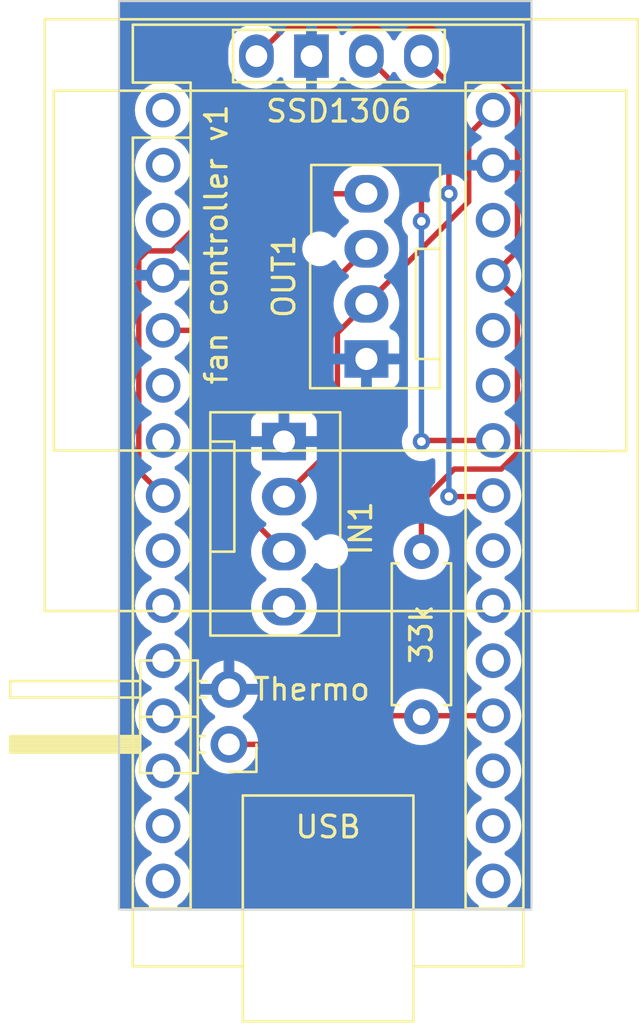
<source format=kicad_pcb>
(kicad_pcb (version 20221018) (generator pcbnew)
  (layers (0 "F.Cu" signal) (31 "B.Cu" signal) (34 "B.Paste" user) (35 "F.Paste" user) (36 "B.SilkS" user "B.Silkscreen") (37 "F.SilkS" user "F.Silkscreen") (38 "B.Mask" user) (39 "F.Mask" user) (44 "Edge.Cuts" user))
  (net 0 "")
  (net 4 "GND")
  (net 5 "Net-(A1-D2)")
  (net 8 "Net-(A1-D5)")
  (net 20 "Net-(A1-A4)")
  (net 21 "Net-(A1-A5)")
  (net 24 "Net-(A1-+5V)")
  (net 26 "+12V")
  (net 28 "Net-(A1-A0)")
  (footprint "SSD1306:128x64OLED" (layer "F.Cu") (at 100.14 79.18)
    (fp_text reference "SSD1306" hide)
    (fp_text value "SSD1306" (at 0.19 -8.06) (layer "F.SilkS"))
    (fp_line (start -13.4 -12.3) (end 14 -12.3) (stroke (width 0.12)) (layer "F.SilkS"))
    (fp_line (start -13.4 15) (end -13.4 -12.3) (stroke (width 0.12)) (layer "F.SilkS"))
    (fp_line (start -12.978 -9.005) (end 10.122 -9.005) (stroke (width 0.12)) (layer "F.SilkS"))
    (fp_line (start -12.978 7.595) (end -12.978 -9.005) (stroke (width 0.12)) (layer "F.SilkS"))
    (fp_line (start -4.699 -11.811) (end -4.699 -9.398) (stroke (width 0.12)) (layer "F.SilkS"))
    (fp_line (start -4.699 -11.811) (end 5.08 -11.811) (stroke (width 0.12)) (layer "F.SilkS"))
    (fp_line (start 5.08 -11.811) (end 5.08 -9.398) (stroke (width 0.12)) (layer "F.SilkS"))
    (fp_line (start 5.08 -9.398) (end -4.699 -9.398) (stroke (width 0.12)) (layer "F.SilkS"))
    (fp_line (start 10.122 -9.005) (end 13.208 -9.005) (stroke (width 0.12)) (layer "F.SilkS"))
    (fp_line (start 10.122 7.595) (end -12.978 7.595) (stroke (width 0.12)) (layer "F.SilkS"))
    (fp_line (start 10.122 7.595) (end 13.462 7.62) (stroke (width 0.12)) (layer "F.SilkS"))
    (fp_line (start 13.462 -9.017) (end 13.208 -9.005) (stroke (width 0.12)) (layer "F.SilkS"))
    (fp_line (start 13.462 7.62) (end 13.462 -9.017) (stroke (width 0.12)) (layer "F.SilkS"))
    (fp_line (start 14 -12.3) (end 14 15) (stroke (width 0.12)) (layer "F.SilkS"))
    (fp_line (start 14 15) (end -13.4 15) (stroke (width 0.12)) (layer "F.SilkS"))
    (pad "1" thru_hole rect (at -1.08 -10.6 90) (size 2 1.6) (drill 1) (layers "*.Cu" "*.Mask") (net 4 "GND"))
    (pad "2" thru_hole oval (at -3.62 -10.6 90) (size 2 1.6) (drill 1) (layers "*.Cu" "*.Mask") (net 24 "Net-(A1-+5V)"))
    (pad "3" thru_hole oval (at 1.46 -10.6 90) (size 2 1.6) (drill 1) (layers "*.Cu" "*.Mask") (net 21 "Net-(A1-A5)"))
    (pad "4" thru_hole oval (at 4 -10.6 90) (size 2 1.6) (drill 1) (layers "*.Cu" "*.Mask") (net 20 "Net-(A1-A4)"))
  )
  (footprint "Connector_PinHeader_2.54mm:PinHeader_1x02_P2.54mm_Horizontal" (layer "F.Cu") (at 95.25 100.33 180)
    (fp_text reference "J1" hide)
    (fp_text value "Thermo" (at -3.81 2.54) (layer "F.SilkS"))
    (fp_line (start -1.27 -1.27) (end 0 -1.27) (stroke (width 0.12)) (layer "F.SilkS"))
    (fp_line (start -1.27 0) (end -1.27 -1.27) (stroke (width 0.12)) (layer "F.SilkS"))
    (fp_line (start 1.042929 2.16) (end 1.44 2.16) (stroke (width 0.12)) (layer "F.SilkS"))
    (fp_line (start 1.042929 2.92) (end 1.44 2.92) (stroke (width 0.12)) (layer "F.SilkS"))
    (fp_line (start 1.11 -0.38) (end 1.44 -0.38) (stroke (width 0.12)) (layer "F.SilkS"))
    (fp_line (start 1.11 0.38) (end 1.44 0.38) (stroke (width 0.12)) (layer "F.SilkS"))
    (fp_line (start 1.44 -1.33) (end 1.44 3.87) (stroke (width 0.12)) (layer "F.SilkS"))
    (fp_line (start 1.44 1.27) (end 4.1 1.27) (stroke (width 0.12)) (layer "F.SilkS"))
    (fp_line (start 1.44 3.87) (end 4.1 3.87) (stroke (width 0.12)) (layer "F.SilkS"))
    (fp_line (start 4.1 -1.33) (end 1.44 -1.33) (stroke (width 0.12)) (layer "F.SilkS"))
    (fp_line (start 4.1 -0.38) (end 10.1 -0.38) (stroke (width 0.12)) (layer "F.SilkS"))
    (fp_line (start 4.1 -0.32) (end 10.1 -0.32) (stroke (width 0.12)) (layer "F.SilkS"))
    (fp_line (start 4.1 -0.2) (end 10.1 -0.2) (stroke (width 0.12)) (layer "F.SilkS"))
    (fp_line (start 4.1 -0.08) (end 10.1 -0.08) (stroke (width 0.12)) (layer "F.SilkS"))
    (fp_line (start 4.1 0.04) (end 10.1 0.04) (stroke (width 0.12)) (layer "F.SilkS"))
    (fp_line (start 4.1 0.16) (end 10.1 0.16) (stroke (width 0.12)) (layer "F.SilkS"))
    (fp_line (start 4.1 0.28) (end 10.1 0.28) (stroke (width 0.12)) (layer "F.SilkS"))
    (fp_line (start 4.1 2.16) (end 10.1 2.16) (stroke (width 0.12)) (layer "F.SilkS"))
    (fp_line (start 4.1 3.87) (end 4.1 -1.33) (stroke (width 0.12)) (layer "F.SilkS"))
    (fp_line (start 10.1 -0.38) (end 10.1 0.38) (stroke (width 0.12)) (layer "F.SilkS"))
    (fp_line (start 10.1 0.38) (end 4.1 0.38) (stroke (width 0.12)) (layer "F.SilkS"))
    (fp_line (start 10.1 2.16) (end 10.1 2.92) (stroke (width 0.12)) (layer "F.SilkS"))
    (fp_line (start 10.1 2.92) (end 4.1 2.92) (stroke (width 0.12)) (layer "F.SilkS"))
    (pad "1" thru_hole circle (at 0 0 180) (size 1.7 1.7) (drill 1) (layers "*.Cu" "*.Mask") (net 28 "Net-(A1-A0)"))
    (pad "2" thru_hole oval (at 0 2.54 180) (size 1.7 1.7) (drill 1) (layers "*.Cu" "*.Mask") (net 4 "GND"))
  )
  (footprint "Connector:FanPinHeader_1x04_P2.54mm_Vertical" (layer "F.Cu") (at 101.6 82.55 90)
    (fp_text reference "OUT1" (at 3.81 -3.81 90) (layer "F.SilkS"))
    (fp_text value "FAN_HEADER" hide)
    (fp_line (start -1.35 -2.6) (end 4.4 -2.6) (stroke (width 0.12)) (layer "F.SilkS"))
    (fp_line (start -1.35 3.4) (end -1.35 -2.6) (stroke (width 0.12)) (layer "F.SilkS"))
    (fp_line (start 0 2.29) (end 5.08 2.29) (stroke (width 0.12)) (layer "F.SilkS"))
    (fp_line (start 0 3.3) (end 0 2.29) (stroke (width 0.12)) (layer "F.SilkS"))
    (fp_line (start 5.08 2.29) (end 5.08 3.3) (stroke (width 0.12)) (layer "F.SilkS"))
    (fp_line (start 5.75 -2.55) (end 8.95 -2.55) (stroke (width 0.12)) (layer "F.SilkS"))
    (fp_line (start 8.95 -2.55) (end 8.95 3.4) (stroke (width 0.12)) (layer "F.SilkS"))
    (fp_line (start 8.95 3.4) (end -1.35 3.4) (stroke (width 0.12)) (layer "F.SilkS"))
    (pad "" np_thru_hole circle (at 5.08 -2.16 180) (size 1.1 1.1) (drill 1.1) (layers "*.Cu" "*.Mask"))
    (pad "1" thru_hole rect (at 0 0 180) (size 2.03 1.73) (drill 1.02) (layers "*.Cu" "*.Mask") (net 4 "GND"))
    (pad "2" thru_hole oval (at 2.54 0 180) (size 2.03 1.73) (drill 1.02) (layers "*.Cu" "*.Mask") (net 26 "+12V"))
    (pad "3" thru_hole oval (at 5.08 0 180) (size 2.03 1.73) (drill 1.02) (layers "*.Cu" "*.Mask") (net 5 "Net-(A1-D2)"))
    (pad "4" thru_hole oval (at 7.62 0 180) (size 2.03 1.73) (drill 1.02) (layers "*.Cu" "*.Mask") (net 8 "Net-(A1-D5)"))
  )
  (footprint "Module:Arduino_Nano" (layer "F.Cu") (at 92.21 71.07)
    (fp_text reference "A1" hide)
    (fp_text value "Arduino_Nano_v3.x" hide)
    (fp_text user "USB" (at 7.62 33.07 unlocked) (layer "F.SilkS"))
    (fp_line (start -1.4 -3.94) (end -1.4 -1.27) (stroke (width 0.12)) (layer "F.SilkS"))
    (fp_line (start -1.4 1.27) (end -1.4 39.5) (stroke (width 0.12)) (layer "F.SilkS"))
    (fp_line (start -1.4 39.5) (end 3.68 39.5) (stroke (width 0.12)) (layer "F.SilkS"))
    (fp_line (start 1.27 -1.27) (end -1.4 -1.27) (stroke (width 0.12)) (layer "F.SilkS"))
    (fp_line (start 1.27 1.27) (end -1.4 1.27) (stroke (width 0.12)) (layer "F.SilkS"))
    (fp_line (start 1.27 1.27) (end 1.27 -1.27) (stroke (width 0.12)) (layer "F.SilkS"))
    (fp_line (start 1.27 1.27) (end 1.27 36.83) (stroke (width 0.12)) (layer "F.SilkS"))
    (fp_line (start 1.27 36.83) (end -1.4 36.83) (stroke (width 0.12)) (layer "F.SilkS"))
    (fp_line (start 3.68 31.62) (end 11.56 31.62) (stroke (width 0.12)) (layer "F.SilkS"))
    (fp_line (start 3.68 42.04) (end 3.68 31.62) (stroke (width 0.12)) (layer "F.SilkS"))
    (fp_line (start 11.56 31.62) (end 11.56 42.04) (stroke (width 0.12)) (layer "F.SilkS"))
    (fp_line (start 11.56 42.04) (end 3.68 42.04) (stroke (width 0.12)) (layer "F.SilkS"))
    (fp_line (start 13.97 -1.27) (end 13.97 36.83) (stroke (width 0.12)) (layer "F.SilkS"))
    (fp_line (start 13.97 -1.27) (end 16.64 -1.27) (stroke (width 0.12)) (layer "F.SilkS"))
    (fp_line (start 13.97 36.83) (end 16.64 36.83) (stroke (width 0.12)) (layer "F.SilkS"))
    (fp_line (start 16.64 -3.94) (end -1.4 -3.94) (stroke (width 0.12)) (layer "F.SilkS"))
    (fp_line (start 16.64 39.5) (end 11.56 39.5) (stroke (width 0.12)) (layer "F.SilkS"))
    (fp_line (start 16.64 39.5) (end 16.64 -3.94) (stroke (width 0.12)) (layer "F.SilkS"))
    (pad "1" thru_hole circle (at 0 0) (size 1.6 1.6) (drill 1) (layers "*.Cu" "*.Mask"))
    (pad "2" thru_hole oval (at 0 2.54) (size 1.6 1.6) (drill 1) (layers "*.Cu" "*.Mask"))
    (pad "3" thru_hole oval (at 0 5.08) (size 1.6 1.6) (drill 1) (layers "*.Cu" "*.Mask"))
    (pad "4" thru_hole oval (at 0 7.62) (size 1.6 1.6) (drill 1) (layers "*.Cu" "*.Mask") (net 4 "GND"))
    (pad "5" thru_hole oval (at 0 10.16) (size 1.6 1.6) (drill 1) (layers "*.Cu" "*.Mask") (net 5 "Net-(A1-D2)"))
    (pad "6" thru_hole oval (at 0 12.7) (size 1.6 1.6) (drill 1) (layers "*.Cu" "*.Mask"))
    (pad "7" thru_hole oval (at 0 15.24) (size 1.6 1.6) (drill 1) (layers "*.Cu" "*.Mask"))
    (pad "8" thru_hole oval (at 0 17.78) (size 1.6 1.6) (drill 1) (layers "*.Cu" "*.Mask") (net 8 "Net-(A1-D5)"))
    (pad "9" thru_hole oval (at 0 20.32) (size 1.6 1.6) (drill 1) (layers "*.Cu" "*.Mask"))
    (pad "10" thru_hole oval (at 0 22.86) (size 1.6 1.6) (drill 1) (layers "*.Cu" "*.Mask"))
    (pad "11" thru_hole oval (at 0 25.4) (size 1.6 1.6) (drill 1) (layers "*.Cu" "*.Mask"))
    (pad "12" thru_hole oval (at 0 27.94) (size 1.6 1.6) (drill 1) (layers "*.Cu" "*.Mask"))
    (pad "13" thru_hole oval (at 0 30.48) (size 1.6 1.6) (drill 1) (layers "*.Cu" "*.Mask"))
    (pad "14" thru_hole oval (at 0 33.02) (size 1.6 1.6) (drill 1) (layers "*.Cu" "*.Mask"))
    (pad "15" thru_hole oval (at 0 35.56) (size 1.6 1.6) (drill 1) (layers "*.Cu" "*.Mask"))
    (pad "16" thru_hole oval (at 15.24 35.56) (size 1.6 1.6) (drill 1) (layers "*.Cu" "*.Mask"))
    (pad "17" thru_hole oval (at 15.24 33.02) (size 1.6 1.6) (drill 1) (layers "*.Cu" "*.Mask"))
    (pad "18" thru_hole oval (at 15.24 30.48) (size 1.6 1.6) (drill 1) (layers "*.Cu" "*.Mask"))
    (pad "19" thru_hole oval (at 15.24 27.94) (size 1.6 1.6) (drill 1) (layers "*.Cu" "*.Mask") (net 28 "Net-(A1-A0)"))
    (pad "20" thru_hole oval (at 15.24 25.4) (size 1.6 1.6) (drill 1) (layers "*.Cu" "*.Mask"))
    (pad "21" thru_hole oval (at 15.24 22.86) (size 1.6 1.6) (drill 1) (layers "*.Cu" "*.Mask"))
    (pad "22" thru_hole oval (at 15.24 20.32) (size 1.6 1.6) (drill 1) (layers "*.Cu" "*.Mask"))
    (pad "23" thru_hole oval (at 15.24 17.78) (size 1.6 1.6) (drill 1) (layers "*.Cu" "*.Mask") (net 20 "Net-(A1-A4)"))
    (pad "24" thru_hole oval (at 15.24 15.24) (size 1.6 1.6) (drill 1) (layers "*.Cu" "*.Mask") (net 21 "Net-(A1-A5)"))
    (pad "25" thru_hole oval (at 15.24 12.7) (size 1.6 1.6) (drill 1) (layers "*.Cu" "*.Mask"))
    (pad "26" thru_hole oval (at 15.24 10.16) (size 1.6 1.6) (drill 1) (layers "*.Cu" "*.Mask"))
    (pad "27" thru_hole oval (at 15.24 7.62) (size 1.6 1.6) (drill 1) (layers "*.Cu" "*.Mask") (net 24 "Net-(A1-+5V)"))
    (pad "28" thru_hole oval (at 15.24 5.08) (size 1.6 1.6) (drill 1) (layers "*.Cu" "*.Mask"))
    (pad "29" thru_hole oval (at 15.24 2.54) (size 1.6 1.6) (drill 1) (layers "*.Cu" "*.Mask") (net 4 "GND"))
    (pad "30" thru_hole oval (at 15.24 0) (size 1.6 1.6) (drill 1) (layers "*.Cu" "*.Mask") (net 26 "+12V"))
  )
  (footprint "Connector:FanPinHeader_1x04_P2.54mm_Vertical" (layer "F.Cu") (at 97.79 86.36 -90)
    (fp_text reference "IN1" (at 4 -3.55 90) (layer "F.SilkS"))
    (fp_text value "FAN_HEADER" hide)
    (fp_line (start -1.35 -2.6) (end 4.4 -2.6) (stroke (width 0.12)) (layer "F.SilkS"))
    (fp_line (start -1.35 3.4) (end -1.35 -2.6) (stroke (width 0.12)) (layer "F.SilkS"))
    (fp_line (start 0 2.29) (end 5.08 2.29) (stroke (width 0.12)) (layer "F.SilkS"))
    (fp_line (start 0 3.3) (end 0 2.29) (stroke (width 0.12)) (layer "F.SilkS"))
    (fp_line (start 5.08 2.29) (end 5.08 3.3) (stroke (width 0.12)) (layer "F.SilkS"))
    (fp_line (start 5.75 -2.55) (end 8.95 -2.55) (stroke (width 0.12)) (layer "F.SilkS"))
    (fp_line (start 8.95 -2.55) (end 8.95 3.4) (stroke (width 0.12)) (layer "F.SilkS"))
    (fp_line (start 8.95 3.4) (end -1.35 3.4) (stroke (width 0.12)) (layer "F.SilkS"))
    (pad "" np_thru_hole circle (at 5.08 -2.16) (size 1.1 1.1) (drill 1.1) (layers "*.Cu" "*.Mask"))
    (pad "1" thru_hole rect (at 0 0) (size 2.03 1.73) (drill 1.02) (layers "*.Cu" "*.Mask") (net 4 "GND"))
    (pad "2" thru_hole oval (at 2.54 0) (size 2.03 1.73) (drill 1.02) (layers "*.Cu" "*.Mask") (net 26 "+12V"))
    (pad "3" thru_hole oval (at 5.08 0) (size 2.03 1.73) (drill 1.02) (layers "*.Cu" "*.Mask") (net 5 "Net-(A1-D2)"))
    (pad "4" thru_hole oval (at 7.62 0) (size 2.03 1.73) (drill 1.02) (layers "*.Cu" "*.Mask"))
  )
  (footprint "Resistor_THT:R_Axial_DIN0207_L6.3mm_D2.5mm_P7.62mm_Horizontal" (layer "F.Cu") (at 104.14 91.44 -90)
    (fp_text reference "R1" hide)
    (fp_text value "33k" (at 3.81 0 90) (layer "F.SilkS"))
    (fp_line (start 0.54 -1.37) (end 7.08 -1.37) (stroke (width 0.12)) (layer "F.SilkS"))
    (fp_line (start 0.54 -1.04) (end 0.54 -1.37) (stroke (width 0.12)) (layer "F.SilkS"))
    (fp_line (start 0.54 1.04) (end 0.54 1.37) (stroke (width 0.12)) (layer "F.SilkS"))
    (fp_line (start 0.54 1.37) (end 7.08 1.37) (stroke (width 0.12)) (layer "F.SilkS"))
    (fp_line (start 7.08 -1.37) (end 7.08 -1.04) (stroke (width 0.12)) (layer "F.SilkS"))
    (fp_line (start 7.08 1.37) (end 7.08 1.04) (stroke (width 0.12)) (layer "F.SilkS"))
    (pad "1" thru_hole circle (at 0 0 270) (size 1.6 1.6) (drill 0.8) (layers "*.Cu" "*.Mask") (net 24 "Net-(A1-+5V)"))
    (pad "2" thru_hole oval (at 7.62 0 270) (size 1.6 1.6) (drill 0.8) (layers "*.Cu" "*.Mask") (net 28 "Net-(A1-A0)"))
  )
  (gr_rect (start 90.17 66.04) (end 109.22 107.95) (stroke (width 0.1)) (fill none) (layer "Edge.Cuts"))
  (gr_text "fan controller v1" (at 95.25 83.82 90) (layer "F.SilkS") (effects (font (size 1 1)) (justify left bottom)))
  (segment (start 101.6 77.47) (end 97.84 81.23) (width 0.25) (layer "F.Cu") (net 5))
  (segment (start 95.25 81.23) (end 92.21 81.23) (width 0.25) (layer "F.Cu") (net 5))
  (segment (start 95.25 88.9) (end 95.25 81.23) (width 0.25) (layer "F.Cu") (net 5))
  (segment (start 97.79 91.44) (end 95.25 88.9) (width 0.25) (layer "F.Cu") (net 5))
  (segment (start 97.84 81.23) (end 95.25 81.23) (width 0.25) (layer "F.Cu") (net 5))
  (segment (start 91.085 87.725) (end 92.21 88.85) (width 0.25) (layer "F.Cu") (net 8))
  (segment (start 92.615 77.565) (end 91.47 77.565) (width 0.25) (layer "F.Cu") (net 8))
  (segment (start 95.25 74.93) (end 92.615 77.565) (width 0.25) (layer "F.Cu") (net 8))
  (segment (start 91.085 77.95) (end 91.085 87.725) (width 0.25) (layer "F.Cu") (net 8))
  (segment (start 91.47 77.565) (end 91.085 77.95) (width 0.25) (layer "F.Cu") (net 8))
  (segment (start 101.6 74.93) (end 95.25 74.93) (width 0.25) (layer "F.Cu") (net 8))
  (segment (start 105.41 88.9) (end 107.4 88.9) (width 0.25) (layer "F.Cu") (net 20))
  (segment (start 104.14 68.58) (end 105.41 69.85) (width 0.25) (layer "F.Cu") (net 20))
  (segment (start 107.4 88.9) (end 107.45 88.85) (width 0.25) (layer "F.Cu") (net 20))
  (segment (start 105.41 69.85) (end 105.41 74.93) (width 0.25) (layer "F.Cu") (net 20))
  (via (at 105.41 74.93) (size 0.8) (drill 0.4) (layers "F.Cu" "B.Cu") (net 20))
  (via (at 105.41 88.9) (size 0.8) (drill 0.4) (layers "F.Cu" "B.Cu") (net 20))
  (segment (start 105.41 74.93) (end 105.41 88.9) (width 0.25) (layer "B.Cu") (net 20))
  (segment (start 101.6 68.58) (end 104.14 71.12) (width 0.25) (layer "F.Cu") (net 21))
  (segment (start 104.19 86.31) (end 107.45 86.31) (width 0.25) (layer "F.Cu") (net 21))
  (segment (start 104.14 86.36) (end 104.19 86.31) (width 0.25) (layer "F.Cu") (net 21))
  (segment (start 104.14 71.12) (end 104.14 76.2) (width 0.25) (layer "F.Cu") (net 21))
  (via (at 104.14 76.2) (size 0.8) (drill 0.4) (layers "F.Cu" "B.Cu") (net 21))
  (via (at 104.14 86.36) (size 0.8) (drill 0.4) (layers "F.Cu" "B.Cu") (net 21))
  (segment (start 104.14 76.2) (end 104.14 86.36) (width 0.25) (layer "B.Cu") (net 21))
  (segment (start 108.575 77.565) (end 107.45 78.69) (width 0.25) (layer "F.Cu") (net 24))
  (segment (start 104.14 89.144695) (end 105.654695 87.63) (width 0.25) (layer "F.Cu") (net 24))
  (segment (start 108.575 86.88) (end 108.575 79.815) (width 0.25) (layer "F.Cu") (net 24))
  (segment (start 107.825 87.63) (end 108.575 86.88) (width 0.25) (layer "F.Cu") (net 24))
  (segment (start 97.845 67.255) (end 105.355 67.255) (width 0.25) (layer "F.Cu") (net 24))
  (segment (start 105.654695 87.63) (end 107.825 87.63) (width 0.25) (layer "F.Cu") (net 24))
  (segment (start 96.52 68.58) (end 97.845 67.255) (width 0.25) (layer "F.Cu") (net 24))
  (segment (start 104.14 91.44) (end 104.14 89.144695) (width 0.25) (layer "F.Cu") (net 24))
  (segment (start 108.575 79.815) (end 107.45 78.69) (width 0.25) (layer "F.Cu") (net 24))
  (segment (start 105.355 67.255) (end 108.575 70.475) (width 0.25) (layer "F.Cu") (net 24))
  (segment (start 108.575 70.475) (end 108.575 77.565) (width 0.25) (layer "F.Cu") (net 24))
  (segment (start 107.45 71.07) (end 106.325 72.195) (width 0.25) (layer "F.Cu") (net 26))
  (segment (start 97.79 88.9) (end 100.26 86.43) (width 0.25) (layer "F.Cu") (net 26))
  (segment (start 106.325 75.285) (end 101.6 80.01) (width 0.25) (layer "F.Cu") (net 26))
  (segment (start 100.26 86.43) (end 100.26 81.35) (width 0.25) (layer "F.Cu") (net 26))
  (segment (start 100.26 81.35) (end 101.6 80.01) (width 0.25) (layer "F.Cu") (net 26))
  (segment (start 106.325 72.195) (end 106.325 75.285) (width 0.25) (layer "F.Cu") (net 26))
  (segment (start 97.79 100.33) (end 99.11 99.01) (width 0.25) (layer "F.Cu") (net 28))
  (segment (start 99.11 99.01) (end 107.45 99.01) (width 0.25) (layer "F.Cu") (net 28))
  (segment (start 97.79 100.33) (end 95.25 100.33) (width 0.25) (layer "F.Cu") (net 28))
  (zone (net 4) (net_name "GND") (layer "B.Cu") (connect_pads (clearance 0.5)) (min_thickness 0.25) (fill yes (thermal_gap 0.5) (thermal_bridge_width 0.5))
    (polygon (pts (xy 90.17 66.04) (xy 109.22 66.04) (xy 109.22 107.95) (xy 90.17 107.95)))
  )
)
</source>
